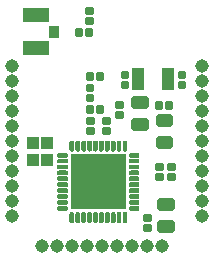
<source format=gbr>
G04 EAGLE Gerber RS-274X export*
G75*
%MOMM*%
%FSLAX34Y34*%
%LPD*%
%INSoldermask Top*%
%IPPOS*%
%AMOC8*
5,1,8,0,0,1.08239X$1,22.5*%
G01*
%ADD10C,0.406869*%
%ADD11C,0.631119*%
%ADD12C,1.143000*%
%ADD13R,2.327000X1.177000*%
%ADD14R,0.927000X1.127000*%
%ADD15R,0.977000X1.077000*%
%ADD16R,1.127000X1.927000*%
%ADD17C,0.400200*%

G36*
X69821Y31351D02*
X69821Y31351D01*
X69836Y31349D01*
X69911Y31370D01*
X97790Y31370D01*
X97840Y31381D01*
X97891Y31383D01*
X97923Y31401D01*
X97959Y31409D01*
X97998Y31442D01*
X98043Y31466D01*
X98064Y31496D01*
X98092Y31519D01*
X98113Y31566D01*
X98143Y31608D01*
X98151Y31650D01*
X98163Y31678D01*
X98162Y31708D01*
X98170Y31750D01*
X98170Y77470D01*
X98159Y77520D01*
X98157Y77571D01*
X98139Y77603D01*
X98131Y77639D01*
X98098Y77678D01*
X98074Y77723D01*
X98044Y77744D01*
X98021Y77772D01*
X97974Y77793D01*
X97932Y77823D01*
X97890Y77831D01*
X97862Y77843D01*
X97832Y77842D01*
X97790Y77850D01*
X52070Y77850D01*
X52020Y77839D01*
X51969Y77837D01*
X51937Y77819D01*
X51901Y77811D01*
X51862Y77778D01*
X51817Y77754D01*
X51796Y77724D01*
X51768Y77701D01*
X51747Y77654D01*
X51717Y77612D01*
X51709Y77570D01*
X51697Y77542D01*
X51698Y77512D01*
X51690Y77470D01*
X51690Y31750D01*
X51701Y31700D01*
X51703Y31649D01*
X51721Y31617D01*
X51729Y31581D01*
X51762Y31542D01*
X51786Y31497D01*
X51816Y31476D01*
X51839Y31448D01*
X51886Y31427D01*
X51928Y31397D01*
X51970Y31389D01*
X51998Y31377D01*
X52028Y31378D01*
X52070Y31370D01*
X54453Y31370D01*
X54566Y31348D01*
X69806Y31348D01*
X69821Y31351D01*
G37*
G36*
X96689Y19853D02*
X96689Y19853D01*
X98180Y19853D01*
X98216Y19860D01*
X98259Y19859D01*
X98491Y19896D01*
X98542Y19915D01*
X98642Y19945D01*
X98851Y20051D01*
X98893Y20085D01*
X98980Y20145D01*
X99145Y20310D01*
X99175Y20355D01*
X99239Y20439D01*
X99345Y20648D01*
X99350Y20664D01*
X99356Y20673D01*
X99361Y20704D01*
X99394Y20799D01*
X99431Y21031D01*
X99429Y21067D01*
X99437Y21110D01*
X99437Y27110D01*
X99431Y27143D01*
X99432Y27182D01*
X99371Y27605D01*
X99352Y27658D01*
X99331Y27743D01*
X99153Y28132D01*
X99120Y28177D01*
X99075Y28253D01*
X98796Y28576D01*
X98751Y28610D01*
X98687Y28670D01*
X98327Y28901D01*
X98276Y28921D01*
X98239Y28944D01*
X98225Y28947D01*
X98196Y28961D01*
X97786Y29081D01*
X97730Y29086D01*
X97643Y29102D01*
X97217Y29102D01*
X97162Y29091D01*
X97074Y29081D01*
X96664Y28961D01*
X96627Y28942D01*
X96602Y28937D01*
X96576Y28919D01*
X96533Y28901D01*
X96173Y28670D01*
X96133Y28631D01*
X96064Y28576D01*
X95785Y28253D01*
X95757Y28204D01*
X95707Y28132D01*
X95529Y27743D01*
X95517Y27689D01*
X95489Y27605D01*
X95428Y27182D01*
X95430Y27149D01*
X95423Y27110D01*
X95423Y21119D01*
X95416Y20919D01*
X95424Y20871D01*
X95438Y20755D01*
X95498Y20556D01*
X95521Y20513D01*
X95571Y20408D01*
X95692Y20239D01*
X95728Y20206D01*
X95809Y20122D01*
X95978Y20001D01*
X96023Y19981D01*
X96126Y19928D01*
X96325Y19868D01*
X96374Y19863D01*
X96489Y19846D01*
X96689Y19853D01*
G37*
G36*
X86689Y19853D02*
X86689Y19853D01*
X88180Y19853D01*
X88216Y19860D01*
X88259Y19859D01*
X88491Y19896D01*
X88542Y19915D01*
X88642Y19945D01*
X88851Y20051D01*
X88893Y20085D01*
X88980Y20145D01*
X89145Y20310D01*
X89175Y20355D01*
X89239Y20439D01*
X89345Y20648D01*
X89350Y20664D01*
X89356Y20673D01*
X89361Y20704D01*
X89394Y20799D01*
X89431Y21031D01*
X89429Y21067D01*
X89437Y21110D01*
X89437Y27110D01*
X89431Y27143D01*
X89432Y27182D01*
X89371Y27605D01*
X89352Y27658D01*
X89331Y27743D01*
X89153Y28132D01*
X89120Y28177D01*
X89075Y28253D01*
X88796Y28576D01*
X88751Y28610D01*
X88687Y28670D01*
X88327Y28901D01*
X88276Y28921D01*
X88239Y28944D01*
X88225Y28947D01*
X88196Y28961D01*
X87786Y29081D01*
X87730Y29086D01*
X87643Y29102D01*
X87217Y29102D01*
X87162Y29091D01*
X87074Y29081D01*
X86664Y28961D01*
X86627Y28942D01*
X86602Y28937D01*
X86576Y28919D01*
X86533Y28901D01*
X86173Y28670D01*
X86133Y28631D01*
X86064Y28576D01*
X85785Y28253D01*
X85757Y28204D01*
X85707Y28132D01*
X85529Y27743D01*
X85517Y27689D01*
X85489Y27605D01*
X85428Y27182D01*
X85430Y27149D01*
X85423Y27110D01*
X85423Y21119D01*
X85416Y20919D01*
X85424Y20871D01*
X85438Y20755D01*
X85498Y20556D01*
X85521Y20513D01*
X85571Y20408D01*
X85692Y20239D01*
X85728Y20206D01*
X85809Y20122D01*
X85978Y20001D01*
X86023Y19981D01*
X86126Y19928D01*
X86325Y19868D01*
X86374Y19863D01*
X86489Y19846D01*
X86689Y19853D01*
G37*
G36*
X71689Y19853D02*
X71689Y19853D01*
X73180Y19853D01*
X73216Y19860D01*
X73259Y19859D01*
X73491Y19896D01*
X73542Y19915D01*
X73642Y19945D01*
X73851Y20051D01*
X73893Y20085D01*
X73980Y20145D01*
X74145Y20310D01*
X74175Y20355D01*
X74239Y20439D01*
X74345Y20648D01*
X74350Y20664D01*
X74356Y20673D01*
X74361Y20704D01*
X74394Y20799D01*
X74431Y21031D01*
X74429Y21067D01*
X74437Y21110D01*
X74437Y27110D01*
X74431Y27143D01*
X74432Y27182D01*
X74371Y27605D01*
X74352Y27658D01*
X74331Y27743D01*
X74153Y28132D01*
X74120Y28177D01*
X74075Y28253D01*
X73796Y28576D01*
X73751Y28610D01*
X73687Y28670D01*
X73327Y28901D01*
X73276Y28921D01*
X73239Y28944D01*
X73225Y28947D01*
X73196Y28961D01*
X72786Y29081D01*
X72730Y29086D01*
X72643Y29102D01*
X72217Y29102D01*
X72162Y29091D01*
X72074Y29081D01*
X71664Y28961D01*
X71627Y28942D01*
X71602Y28937D01*
X71576Y28919D01*
X71533Y28901D01*
X71173Y28670D01*
X71133Y28631D01*
X71064Y28576D01*
X70785Y28253D01*
X70757Y28204D01*
X70707Y28132D01*
X70529Y27743D01*
X70517Y27689D01*
X70489Y27605D01*
X70428Y27182D01*
X70430Y27149D01*
X70423Y27110D01*
X70423Y21119D01*
X70416Y20919D01*
X70424Y20871D01*
X70438Y20755D01*
X70498Y20556D01*
X70521Y20513D01*
X70571Y20408D01*
X70692Y20239D01*
X70728Y20206D01*
X70809Y20122D01*
X70978Y20001D01*
X71023Y19981D01*
X71126Y19928D01*
X71325Y19868D01*
X71374Y19863D01*
X71489Y19846D01*
X71689Y19853D01*
G37*
G36*
X81689Y19853D02*
X81689Y19853D01*
X83180Y19853D01*
X83216Y19860D01*
X83259Y19859D01*
X83491Y19896D01*
X83542Y19915D01*
X83642Y19945D01*
X83851Y20051D01*
X83893Y20085D01*
X83980Y20145D01*
X84145Y20310D01*
X84175Y20355D01*
X84239Y20439D01*
X84345Y20648D01*
X84350Y20664D01*
X84356Y20673D01*
X84361Y20704D01*
X84394Y20799D01*
X84431Y21031D01*
X84429Y21067D01*
X84437Y21110D01*
X84437Y27110D01*
X84431Y27143D01*
X84432Y27182D01*
X84371Y27605D01*
X84352Y27658D01*
X84331Y27743D01*
X84153Y28132D01*
X84120Y28177D01*
X84075Y28253D01*
X83796Y28576D01*
X83751Y28610D01*
X83687Y28670D01*
X83327Y28901D01*
X83276Y28921D01*
X83239Y28944D01*
X83225Y28947D01*
X83196Y28961D01*
X82786Y29081D01*
X82730Y29086D01*
X82643Y29102D01*
X82217Y29102D01*
X82162Y29091D01*
X82074Y29081D01*
X81664Y28961D01*
X81627Y28942D01*
X81602Y28937D01*
X81576Y28919D01*
X81533Y28901D01*
X81173Y28670D01*
X81133Y28631D01*
X81064Y28576D01*
X80785Y28253D01*
X80757Y28204D01*
X80707Y28132D01*
X80529Y27743D01*
X80517Y27689D01*
X80489Y27605D01*
X80428Y27182D01*
X80430Y27149D01*
X80423Y27110D01*
X80423Y21119D01*
X80416Y20919D01*
X80424Y20871D01*
X80438Y20755D01*
X80498Y20556D01*
X80521Y20513D01*
X80571Y20408D01*
X80692Y20239D01*
X80728Y20206D01*
X80809Y20122D01*
X80978Y20001D01*
X81023Y19981D01*
X81126Y19928D01*
X81325Y19868D01*
X81374Y19863D01*
X81489Y19846D01*
X81689Y19853D01*
G37*
G36*
X76689Y19853D02*
X76689Y19853D01*
X78180Y19853D01*
X78216Y19860D01*
X78259Y19859D01*
X78491Y19896D01*
X78542Y19915D01*
X78642Y19945D01*
X78851Y20051D01*
X78893Y20085D01*
X78980Y20145D01*
X79145Y20310D01*
X79175Y20355D01*
X79239Y20439D01*
X79345Y20648D01*
X79350Y20664D01*
X79356Y20673D01*
X79361Y20704D01*
X79394Y20799D01*
X79431Y21031D01*
X79429Y21067D01*
X79437Y21110D01*
X79437Y27110D01*
X79431Y27143D01*
X79432Y27182D01*
X79371Y27605D01*
X79352Y27658D01*
X79331Y27743D01*
X79153Y28132D01*
X79120Y28177D01*
X79075Y28253D01*
X78796Y28576D01*
X78751Y28610D01*
X78687Y28670D01*
X78327Y28901D01*
X78276Y28921D01*
X78239Y28944D01*
X78225Y28947D01*
X78196Y28961D01*
X77786Y29081D01*
X77730Y29086D01*
X77643Y29102D01*
X77217Y29102D01*
X77162Y29091D01*
X77074Y29081D01*
X76664Y28961D01*
X76627Y28942D01*
X76602Y28937D01*
X76576Y28919D01*
X76533Y28901D01*
X76173Y28670D01*
X76133Y28631D01*
X76064Y28576D01*
X75785Y28253D01*
X75757Y28204D01*
X75707Y28132D01*
X75529Y27743D01*
X75517Y27689D01*
X75489Y27605D01*
X75428Y27182D01*
X75430Y27149D01*
X75423Y27110D01*
X75423Y21119D01*
X75416Y20919D01*
X75424Y20871D01*
X75438Y20755D01*
X75498Y20556D01*
X75521Y20513D01*
X75571Y20408D01*
X75692Y20239D01*
X75728Y20206D01*
X75809Y20122D01*
X75978Y20001D01*
X76023Y19981D01*
X76126Y19928D01*
X76325Y19868D01*
X76374Y19863D01*
X76489Y19846D01*
X76689Y19853D01*
G37*
G36*
X91689Y19853D02*
X91689Y19853D01*
X93180Y19853D01*
X93216Y19860D01*
X93259Y19859D01*
X93491Y19896D01*
X93542Y19915D01*
X93642Y19945D01*
X93851Y20051D01*
X93893Y20085D01*
X93980Y20145D01*
X94145Y20310D01*
X94175Y20355D01*
X94239Y20439D01*
X94345Y20648D01*
X94350Y20664D01*
X94356Y20673D01*
X94361Y20704D01*
X94394Y20799D01*
X94431Y21031D01*
X94429Y21067D01*
X94437Y21110D01*
X94437Y27110D01*
X94431Y27143D01*
X94432Y27182D01*
X94371Y27605D01*
X94352Y27658D01*
X94331Y27743D01*
X94153Y28132D01*
X94120Y28177D01*
X94075Y28253D01*
X93796Y28576D01*
X93751Y28610D01*
X93687Y28670D01*
X93327Y28901D01*
X93276Y28921D01*
X93239Y28944D01*
X93225Y28947D01*
X93196Y28961D01*
X92786Y29081D01*
X92730Y29086D01*
X92643Y29102D01*
X92217Y29102D01*
X92162Y29091D01*
X92074Y29081D01*
X91664Y28961D01*
X91627Y28942D01*
X91602Y28937D01*
X91576Y28919D01*
X91533Y28901D01*
X91173Y28670D01*
X91133Y28631D01*
X91064Y28576D01*
X90785Y28253D01*
X90757Y28204D01*
X90707Y28132D01*
X90529Y27743D01*
X90517Y27689D01*
X90489Y27605D01*
X90428Y27182D01*
X90430Y27149D01*
X90423Y27110D01*
X90423Y21119D01*
X90416Y20919D01*
X90424Y20871D01*
X90438Y20755D01*
X90498Y20556D01*
X90521Y20513D01*
X90571Y20408D01*
X90692Y20239D01*
X90728Y20206D01*
X90809Y20122D01*
X90978Y20001D01*
X91023Y19981D01*
X91126Y19928D01*
X91325Y19868D01*
X91374Y19863D01*
X91489Y19846D01*
X91689Y19853D01*
G37*
G36*
X66689Y19853D02*
X66689Y19853D01*
X68180Y19853D01*
X68216Y19860D01*
X68259Y19859D01*
X68491Y19896D01*
X68542Y19915D01*
X68642Y19945D01*
X68851Y20051D01*
X68893Y20085D01*
X68980Y20145D01*
X69145Y20310D01*
X69175Y20355D01*
X69239Y20439D01*
X69345Y20648D01*
X69350Y20664D01*
X69356Y20673D01*
X69361Y20704D01*
X69394Y20799D01*
X69431Y21031D01*
X69429Y21067D01*
X69437Y21110D01*
X69437Y27110D01*
X69431Y27143D01*
X69432Y27182D01*
X69371Y27605D01*
X69352Y27658D01*
X69331Y27743D01*
X69153Y28132D01*
X69120Y28177D01*
X69075Y28253D01*
X68796Y28576D01*
X68751Y28610D01*
X68687Y28670D01*
X68327Y28901D01*
X68276Y28921D01*
X68239Y28944D01*
X68225Y28947D01*
X68196Y28961D01*
X67786Y29081D01*
X67730Y29086D01*
X67643Y29102D01*
X67217Y29102D01*
X67162Y29091D01*
X67074Y29081D01*
X66664Y28961D01*
X66627Y28942D01*
X66602Y28937D01*
X66576Y28919D01*
X66533Y28901D01*
X66173Y28670D01*
X66133Y28631D01*
X66064Y28576D01*
X65785Y28253D01*
X65757Y28204D01*
X65707Y28132D01*
X65529Y27743D01*
X65517Y27689D01*
X65489Y27605D01*
X65428Y27182D01*
X65430Y27149D01*
X65423Y27110D01*
X65423Y21119D01*
X65416Y20919D01*
X65424Y20871D01*
X65438Y20755D01*
X65498Y20556D01*
X65521Y20513D01*
X65571Y20408D01*
X65692Y20239D01*
X65728Y20206D01*
X65809Y20122D01*
X65978Y20001D01*
X66023Y19981D01*
X66126Y19928D01*
X66325Y19868D01*
X66374Y19863D01*
X66489Y19846D01*
X66689Y19853D01*
G37*
G36*
X56689Y19853D02*
X56689Y19853D01*
X58180Y19853D01*
X58216Y19860D01*
X58259Y19859D01*
X58491Y19896D01*
X58542Y19915D01*
X58642Y19945D01*
X58851Y20051D01*
X58893Y20085D01*
X58980Y20145D01*
X59145Y20310D01*
X59175Y20355D01*
X59239Y20439D01*
X59345Y20648D01*
X59350Y20664D01*
X59356Y20673D01*
X59361Y20704D01*
X59394Y20799D01*
X59431Y21031D01*
X59429Y21067D01*
X59437Y21110D01*
X59437Y27110D01*
X59431Y27143D01*
X59432Y27182D01*
X59371Y27605D01*
X59352Y27658D01*
X59331Y27743D01*
X59153Y28132D01*
X59120Y28177D01*
X59075Y28253D01*
X58796Y28576D01*
X58751Y28610D01*
X58687Y28670D01*
X58327Y28901D01*
X58276Y28921D01*
X58239Y28944D01*
X58225Y28947D01*
X58196Y28961D01*
X57786Y29081D01*
X57730Y29086D01*
X57643Y29102D01*
X57217Y29102D01*
X57162Y29091D01*
X57074Y29081D01*
X56664Y28961D01*
X56627Y28942D01*
X56602Y28937D01*
X56576Y28919D01*
X56533Y28901D01*
X56173Y28670D01*
X56133Y28631D01*
X56064Y28576D01*
X55785Y28253D01*
X55757Y28204D01*
X55707Y28132D01*
X55529Y27743D01*
X55517Y27689D01*
X55489Y27605D01*
X55428Y27182D01*
X55430Y27149D01*
X55423Y27110D01*
X55423Y21119D01*
X55416Y20919D01*
X55424Y20871D01*
X55438Y20755D01*
X55498Y20556D01*
X55521Y20513D01*
X55571Y20408D01*
X55692Y20239D01*
X55728Y20206D01*
X55809Y20122D01*
X55978Y20001D01*
X56023Y19981D01*
X56126Y19928D01*
X56325Y19868D01*
X56374Y19863D01*
X56489Y19846D01*
X56689Y19853D01*
G37*
G36*
X51689Y19853D02*
X51689Y19853D01*
X53180Y19853D01*
X53216Y19860D01*
X53259Y19859D01*
X53491Y19896D01*
X53542Y19915D01*
X53642Y19945D01*
X53851Y20051D01*
X53893Y20085D01*
X53980Y20145D01*
X54145Y20310D01*
X54175Y20355D01*
X54239Y20439D01*
X54345Y20648D01*
X54350Y20664D01*
X54356Y20673D01*
X54361Y20704D01*
X54394Y20799D01*
X54431Y21031D01*
X54429Y21067D01*
X54437Y21110D01*
X54437Y27110D01*
X54431Y27143D01*
X54432Y27182D01*
X54371Y27605D01*
X54352Y27658D01*
X54331Y27743D01*
X54153Y28132D01*
X54120Y28177D01*
X54075Y28253D01*
X53796Y28576D01*
X53751Y28610D01*
X53687Y28670D01*
X53327Y28901D01*
X53276Y28921D01*
X53239Y28944D01*
X53225Y28947D01*
X53196Y28961D01*
X52786Y29081D01*
X52730Y29086D01*
X52643Y29102D01*
X52217Y29102D01*
X52162Y29091D01*
X52074Y29081D01*
X51664Y28961D01*
X51627Y28942D01*
X51602Y28937D01*
X51576Y28919D01*
X51533Y28901D01*
X51173Y28670D01*
X51133Y28631D01*
X51064Y28576D01*
X50785Y28253D01*
X50757Y28204D01*
X50707Y28132D01*
X50529Y27743D01*
X50517Y27689D01*
X50489Y27605D01*
X50428Y27182D01*
X50430Y27149D01*
X50423Y27110D01*
X50423Y21119D01*
X50416Y20919D01*
X50424Y20871D01*
X50438Y20755D01*
X50498Y20556D01*
X50521Y20513D01*
X50571Y20408D01*
X50692Y20239D01*
X50728Y20206D01*
X50809Y20122D01*
X50978Y20001D01*
X51023Y19981D01*
X51126Y19928D01*
X51325Y19868D01*
X51374Y19863D01*
X51489Y19846D01*
X51689Y19853D01*
G37*
G36*
X61689Y19853D02*
X61689Y19853D01*
X63180Y19853D01*
X63216Y19860D01*
X63259Y19859D01*
X63491Y19896D01*
X63542Y19915D01*
X63642Y19945D01*
X63851Y20051D01*
X63893Y20085D01*
X63980Y20145D01*
X64145Y20310D01*
X64175Y20355D01*
X64239Y20439D01*
X64345Y20648D01*
X64350Y20664D01*
X64356Y20673D01*
X64361Y20704D01*
X64394Y20799D01*
X64431Y21031D01*
X64429Y21067D01*
X64437Y21110D01*
X64437Y27110D01*
X64431Y27143D01*
X64432Y27182D01*
X64371Y27605D01*
X64352Y27658D01*
X64331Y27743D01*
X64153Y28132D01*
X64120Y28177D01*
X64075Y28253D01*
X63796Y28576D01*
X63751Y28610D01*
X63687Y28670D01*
X63327Y28901D01*
X63276Y28921D01*
X63239Y28944D01*
X63225Y28947D01*
X63196Y28961D01*
X62786Y29081D01*
X62730Y29086D01*
X62643Y29102D01*
X62217Y29102D01*
X62162Y29091D01*
X62074Y29081D01*
X61664Y28961D01*
X61627Y28942D01*
X61602Y28937D01*
X61576Y28919D01*
X61533Y28901D01*
X61173Y28670D01*
X61133Y28631D01*
X61064Y28576D01*
X60785Y28253D01*
X60757Y28204D01*
X60707Y28132D01*
X60529Y27743D01*
X60517Y27689D01*
X60489Y27605D01*
X60428Y27182D01*
X60430Y27149D01*
X60423Y27110D01*
X60423Y21119D01*
X60416Y20919D01*
X60424Y20871D01*
X60438Y20755D01*
X60498Y20556D01*
X60521Y20513D01*
X60571Y20408D01*
X60692Y20239D01*
X60728Y20206D01*
X60809Y20122D01*
X60978Y20001D01*
X61023Y19981D01*
X61126Y19928D01*
X61325Y19868D01*
X61374Y19863D01*
X61489Y19846D01*
X61689Y19853D01*
G37*
G36*
X47463Y65109D02*
X47463Y65109D01*
X47502Y65108D01*
X47925Y65169D01*
X47978Y65188D01*
X48063Y65209D01*
X48452Y65387D01*
X48497Y65420D01*
X48573Y65465D01*
X48896Y65744D01*
X48905Y65756D01*
X48914Y65762D01*
X48933Y65792D01*
X48990Y65853D01*
X49221Y66213D01*
X49242Y66265D01*
X49281Y66344D01*
X49401Y66754D01*
X49406Y66810D01*
X49422Y66897D01*
X49422Y67323D01*
X49411Y67379D01*
X49401Y67466D01*
X49281Y67876D01*
X49255Y67926D01*
X49221Y68007D01*
X48990Y68367D01*
X48951Y68407D01*
X48896Y68476D01*
X48573Y68755D01*
X48524Y68783D01*
X48452Y68833D01*
X48063Y69011D01*
X48009Y69023D01*
X47925Y69051D01*
X47502Y69112D01*
X47469Y69110D01*
X47430Y69117D01*
X41439Y69117D01*
X41239Y69124D01*
X41191Y69116D01*
X41075Y69102D01*
X40876Y69042D01*
X40833Y69019D01*
X40728Y68969D01*
X40559Y68848D01*
X40526Y68812D01*
X40442Y68731D01*
X40321Y68562D01*
X40301Y68517D01*
X40248Y68414D01*
X40188Y68215D01*
X40183Y68166D01*
X40166Y68051D01*
X40173Y67851D01*
X40173Y66360D01*
X40180Y66324D01*
X40179Y66281D01*
X40216Y66049D01*
X40235Y65998D01*
X40253Y65936D01*
X40259Y65911D01*
X40262Y65906D01*
X40265Y65898D01*
X40371Y65689D01*
X40405Y65647D01*
X40465Y65560D01*
X40630Y65395D01*
X40675Y65365D01*
X40759Y65301D01*
X40968Y65195D01*
X41020Y65180D01*
X41119Y65146D01*
X41351Y65109D01*
X41387Y65111D01*
X41430Y65103D01*
X47430Y65103D01*
X47463Y65109D01*
G37*
G36*
X47463Y70109D02*
X47463Y70109D01*
X47502Y70108D01*
X47925Y70169D01*
X47978Y70188D01*
X48063Y70209D01*
X48452Y70387D01*
X48497Y70420D01*
X48573Y70465D01*
X48896Y70744D01*
X48905Y70756D01*
X48914Y70762D01*
X48933Y70792D01*
X48990Y70853D01*
X49221Y71213D01*
X49242Y71265D01*
X49281Y71344D01*
X49401Y71754D01*
X49406Y71810D01*
X49422Y71897D01*
X49422Y72323D01*
X49411Y72379D01*
X49401Y72466D01*
X49281Y72876D01*
X49255Y72926D01*
X49221Y73007D01*
X48990Y73367D01*
X48951Y73407D01*
X48896Y73476D01*
X48573Y73755D01*
X48524Y73783D01*
X48452Y73833D01*
X48063Y74011D01*
X48009Y74023D01*
X47925Y74051D01*
X47502Y74112D01*
X47469Y74110D01*
X47430Y74117D01*
X41439Y74117D01*
X41239Y74124D01*
X41191Y74116D01*
X41075Y74102D01*
X40876Y74042D01*
X40833Y74019D01*
X40728Y73969D01*
X40559Y73848D01*
X40526Y73812D01*
X40442Y73731D01*
X40321Y73562D01*
X40301Y73517D01*
X40248Y73414D01*
X40188Y73215D01*
X40183Y73166D01*
X40166Y73051D01*
X40173Y72851D01*
X40173Y71360D01*
X40180Y71324D01*
X40179Y71281D01*
X40216Y71049D01*
X40235Y70998D01*
X40253Y70936D01*
X40259Y70911D01*
X40262Y70906D01*
X40265Y70898D01*
X40371Y70689D01*
X40405Y70647D01*
X40465Y70560D01*
X40630Y70395D01*
X40675Y70365D01*
X40759Y70301D01*
X40968Y70195D01*
X41020Y70180D01*
X41119Y70146D01*
X41351Y70109D01*
X41387Y70111D01*
X41430Y70103D01*
X47430Y70103D01*
X47463Y70109D01*
G37*
G36*
X47463Y60109D02*
X47463Y60109D01*
X47502Y60108D01*
X47925Y60169D01*
X47978Y60188D01*
X48063Y60209D01*
X48452Y60387D01*
X48497Y60420D01*
X48573Y60465D01*
X48896Y60744D01*
X48905Y60756D01*
X48914Y60762D01*
X48933Y60792D01*
X48990Y60853D01*
X49221Y61213D01*
X49242Y61265D01*
X49281Y61344D01*
X49401Y61754D01*
X49406Y61810D01*
X49422Y61897D01*
X49422Y62323D01*
X49411Y62379D01*
X49401Y62466D01*
X49281Y62876D01*
X49255Y62926D01*
X49221Y63007D01*
X48990Y63367D01*
X48951Y63407D01*
X48896Y63476D01*
X48573Y63755D01*
X48524Y63783D01*
X48452Y63833D01*
X48063Y64011D01*
X48009Y64023D01*
X47925Y64051D01*
X47502Y64112D01*
X47469Y64110D01*
X47430Y64117D01*
X41439Y64117D01*
X41239Y64124D01*
X41191Y64116D01*
X41075Y64102D01*
X40876Y64042D01*
X40833Y64019D01*
X40728Y63969D01*
X40559Y63848D01*
X40526Y63812D01*
X40442Y63731D01*
X40321Y63562D01*
X40301Y63517D01*
X40248Y63414D01*
X40188Y63215D01*
X40183Y63166D01*
X40166Y63051D01*
X40173Y62851D01*
X40173Y61360D01*
X40180Y61324D01*
X40179Y61281D01*
X40216Y61049D01*
X40235Y60998D01*
X40253Y60936D01*
X40259Y60911D01*
X40262Y60906D01*
X40265Y60898D01*
X40371Y60689D01*
X40405Y60647D01*
X40465Y60560D01*
X40630Y60395D01*
X40675Y60365D01*
X40759Y60301D01*
X40968Y60195D01*
X41020Y60180D01*
X41119Y60146D01*
X41351Y60109D01*
X41387Y60111D01*
X41430Y60103D01*
X47430Y60103D01*
X47463Y60109D01*
G37*
G36*
X47463Y75109D02*
X47463Y75109D01*
X47502Y75108D01*
X47925Y75169D01*
X47978Y75188D01*
X48063Y75209D01*
X48452Y75387D01*
X48497Y75420D01*
X48573Y75465D01*
X48896Y75744D01*
X48905Y75756D01*
X48914Y75762D01*
X48933Y75792D01*
X48990Y75853D01*
X49221Y76213D01*
X49242Y76265D01*
X49281Y76344D01*
X49401Y76754D01*
X49406Y76810D01*
X49422Y76897D01*
X49422Y77323D01*
X49411Y77379D01*
X49401Y77466D01*
X49281Y77876D01*
X49255Y77926D01*
X49221Y78007D01*
X48990Y78367D01*
X48951Y78407D01*
X48896Y78476D01*
X48573Y78755D01*
X48524Y78783D01*
X48452Y78833D01*
X48063Y79011D01*
X48009Y79023D01*
X47925Y79051D01*
X47502Y79112D01*
X47469Y79110D01*
X47430Y79117D01*
X41439Y79117D01*
X41239Y79124D01*
X41191Y79116D01*
X41075Y79102D01*
X40876Y79042D01*
X40833Y79019D01*
X40728Y78969D01*
X40559Y78848D01*
X40526Y78812D01*
X40442Y78731D01*
X40321Y78562D01*
X40301Y78517D01*
X40248Y78414D01*
X40188Y78215D01*
X40183Y78166D01*
X40166Y78051D01*
X40173Y77851D01*
X40173Y76360D01*
X40180Y76324D01*
X40179Y76281D01*
X40216Y76049D01*
X40235Y75998D01*
X40253Y75936D01*
X40259Y75911D01*
X40262Y75906D01*
X40265Y75898D01*
X40371Y75689D01*
X40405Y75647D01*
X40465Y75560D01*
X40630Y75395D01*
X40675Y75365D01*
X40759Y75301D01*
X40968Y75195D01*
X41020Y75180D01*
X41119Y75146D01*
X41351Y75109D01*
X41387Y75111D01*
X41430Y75103D01*
X47430Y75103D01*
X47463Y75109D01*
G37*
G36*
X47463Y55109D02*
X47463Y55109D01*
X47502Y55108D01*
X47925Y55169D01*
X47978Y55188D01*
X48063Y55209D01*
X48452Y55387D01*
X48497Y55420D01*
X48573Y55465D01*
X48896Y55744D01*
X48905Y55756D01*
X48914Y55762D01*
X48933Y55792D01*
X48990Y55853D01*
X49221Y56213D01*
X49242Y56265D01*
X49281Y56344D01*
X49401Y56754D01*
X49406Y56810D01*
X49422Y56897D01*
X49422Y57323D01*
X49411Y57379D01*
X49401Y57466D01*
X49281Y57876D01*
X49255Y57926D01*
X49221Y58007D01*
X48990Y58367D01*
X48951Y58407D01*
X48896Y58476D01*
X48573Y58755D01*
X48524Y58783D01*
X48452Y58833D01*
X48063Y59011D01*
X48009Y59023D01*
X47925Y59051D01*
X47502Y59112D01*
X47469Y59110D01*
X47430Y59117D01*
X41439Y59117D01*
X41239Y59124D01*
X41191Y59116D01*
X41075Y59102D01*
X40876Y59042D01*
X40833Y59019D01*
X40728Y58969D01*
X40559Y58848D01*
X40526Y58812D01*
X40442Y58731D01*
X40321Y58562D01*
X40301Y58517D01*
X40248Y58414D01*
X40188Y58215D01*
X40183Y58166D01*
X40166Y58051D01*
X40173Y57851D01*
X40173Y56360D01*
X40180Y56324D01*
X40179Y56281D01*
X40216Y56049D01*
X40235Y55998D01*
X40253Y55936D01*
X40259Y55911D01*
X40262Y55906D01*
X40265Y55898D01*
X40371Y55689D01*
X40405Y55647D01*
X40465Y55560D01*
X40630Y55395D01*
X40675Y55365D01*
X40759Y55301D01*
X40968Y55195D01*
X41020Y55180D01*
X41119Y55146D01*
X41351Y55109D01*
X41387Y55111D01*
X41430Y55103D01*
X47430Y55103D01*
X47463Y55109D01*
G37*
G36*
X47463Y50109D02*
X47463Y50109D01*
X47502Y50108D01*
X47925Y50169D01*
X47978Y50188D01*
X48063Y50209D01*
X48452Y50387D01*
X48497Y50420D01*
X48573Y50465D01*
X48896Y50744D01*
X48905Y50756D01*
X48914Y50762D01*
X48933Y50792D01*
X48990Y50853D01*
X49221Y51213D01*
X49242Y51265D01*
X49281Y51344D01*
X49401Y51754D01*
X49406Y51810D01*
X49422Y51897D01*
X49422Y52323D01*
X49411Y52379D01*
X49401Y52466D01*
X49281Y52876D01*
X49255Y52926D01*
X49221Y53007D01*
X48990Y53367D01*
X48951Y53407D01*
X48896Y53476D01*
X48573Y53755D01*
X48524Y53783D01*
X48452Y53833D01*
X48063Y54011D01*
X48009Y54023D01*
X47925Y54051D01*
X47502Y54112D01*
X47469Y54110D01*
X47430Y54117D01*
X41439Y54117D01*
X41239Y54124D01*
X41191Y54116D01*
X41075Y54102D01*
X40876Y54042D01*
X40833Y54019D01*
X40728Y53969D01*
X40559Y53848D01*
X40526Y53812D01*
X40442Y53731D01*
X40321Y53562D01*
X40301Y53517D01*
X40248Y53414D01*
X40188Y53215D01*
X40183Y53166D01*
X40166Y53051D01*
X40173Y52851D01*
X40173Y51360D01*
X40180Y51324D01*
X40179Y51281D01*
X40216Y51049D01*
X40235Y50998D01*
X40253Y50936D01*
X40259Y50911D01*
X40262Y50906D01*
X40265Y50898D01*
X40371Y50689D01*
X40405Y50647D01*
X40465Y50560D01*
X40630Y50395D01*
X40675Y50365D01*
X40759Y50301D01*
X40968Y50195D01*
X41020Y50180D01*
X41119Y50146D01*
X41351Y50109D01*
X41387Y50111D01*
X41430Y50103D01*
X47430Y50103D01*
X47463Y50109D01*
G37*
G36*
X47463Y45109D02*
X47463Y45109D01*
X47502Y45108D01*
X47925Y45169D01*
X47978Y45188D01*
X48063Y45209D01*
X48452Y45387D01*
X48497Y45420D01*
X48573Y45465D01*
X48896Y45744D01*
X48905Y45756D01*
X48914Y45762D01*
X48933Y45792D01*
X48990Y45853D01*
X49221Y46213D01*
X49242Y46265D01*
X49281Y46344D01*
X49401Y46754D01*
X49406Y46810D01*
X49422Y46897D01*
X49422Y47323D01*
X49411Y47379D01*
X49401Y47466D01*
X49281Y47876D01*
X49255Y47926D01*
X49221Y48007D01*
X48990Y48367D01*
X48951Y48407D01*
X48896Y48476D01*
X48573Y48755D01*
X48524Y48783D01*
X48452Y48833D01*
X48063Y49011D01*
X48009Y49023D01*
X47925Y49051D01*
X47502Y49112D01*
X47469Y49110D01*
X47430Y49117D01*
X41439Y49117D01*
X41239Y49124D01*
X41191Y49116D01*
X41075Y49102D01*
X40876Y49042D01*
X40833Y49019D01*
X40728Y48969D01*
X40559Y48848D01*
X40526Y48812D01*
X40442Y48731D01*
X40321Y48562D01*
X40301Y48517D01*
X40248Y48414D01*
X40188Y48215D01*
X40183Y48166D01*
X40166Y48051D01*
X40173Y47851D01*
X40173Y46360D01*
X40180Y46324D01*
X40179Y46281D01*
X40216Y46049D01*
X40235Y45998D01*
X40253Y45936D01*
X40259Y45911D01*
X40262Y45906D01*
X40265Y45898D01*
X40371Y45689D01*
X40405Y45647D01*
X40465Y45560D01*
X40630Y45395D01*
X40675Y45365D01*
X40759Y45301D01*
X40968Y45195D01*
X41020Y45180D01*
X41119Y45146D01*
X41351Y45109D01*
X41387Y45111D01*
X41430Y45103D01*
X47430Y45103D01*
X47463Y45109D01*
G37*
G36*
X47463Y40109D02*
X47463Y40109D01*
X47502Y40108D01*
X47925Y40169D01*
X47978Y40188D01*
X48063Y40209D01*
X48452Y40387D01*
X48497Y40420D01*
X48573Y40465D01*
X48896Y40744D01*
X48905Y40756D01*
X48914Y40762D01*
X48933Y40792D01*
X48990Y40853D01*
X49221Y41213D01*
X49242Y41265D01*
X49281Y41344D01*
X49401Y41754D01*
X49406Y41810D01*
X49422Y41897D01*
X49422Y42323D01*
X49411Y42379D01*
X49401Y42466D01*
X49281Y42876D01*
X49255Y42926D01*
X49221Y43007D01*
X48990Y43367D01*
X48951Y43407D01*
X48896Y43476D01*
X48573Y43755D01*
X48524Y43783D01*
X48452Y43833D01*
X48063Y44011D01*
X48009Y44023D01*
X47925Y44051D01*
X47502Y44112D01*
X47469Y44110D01*
X47430Y44117D01*
X41439Y44117D01*
X41239Y44124D01*
X41191Y44116D01*
X41075Y44102D01*
X40876Y44042D01*
X40833Y44019D01*
X40728Y43969D01*
X40559Y43848D01*
X40526Y43812D01*
X40442Y43731D01*
X40321Y43562D01*
X40301Y43517D01*
X40248Y43414D01*
X40188Y43215D01*
X40183Y43166D01*
X40166Y43051D01*
X40173Y42851D01*
X40173Y41360D01*
X40180Y41324D01*
X40179Y41281D01*
X40216Y41049D01*
X40235Y40998D01*
X40253Y40936D01*
X40259Y40911D01*
X40262Y40906D01*
X40265Y40898D01*
X40371Y40689D01*
X40405Y40647D01*
X40465Y40560D01*
X40630Y40395D01*
X40675Y40365D01*
X40759Y40301D01*
X40968Y40195D01*
X41020Y40180D01*
X41119Y40146D01*
X41351Y40109D01*
X41387Y40111D01*
X41430Y40103D01*
X47430Y40103D01*
X47463Y40109D01*
G37*
G36*
X47463Y35109D02*
X47463Y35109D01*
X47502Y35108D01*
X47925Y35169D01*
X47978Y35188D01*
X48063Y35209D01*
X48452Y35387D01*
X48497Y35420D01*
X48573Y35465D01*
X48896Y35744D01*
X48905Y35756D01*
X48914Y35762D01*
X48933Y35792D01*
X48990Y35853D01*
X49221Y36213D01*
X49242Y36265D01*
X49281Y36344D01*
X49401Y36754D01*
X49406Y36810D01*
X49422Y36897D01*
X49422Y37323D01*
X49411Y37379D01*
X49401Y37466D01*
X49281Y37876D01*
X49255Y37926D01*
X49221Y38007D01*
X48990Y38367D01*
X48951Y38407D01*
X48896Y38476D01*
X48573Y38755D01*
X48524Y38783D01*
X48452Y38833D01*
X48063Y39011D01*
X48009Y39023D01*
X47925Y39051D01*
X47502Y39112D01*
X47469Y39110D01*
X47430Y39117D01*
X41439Y39117D01*
X41239Y39124D01*
X41191Y39116D01*
X41075Y39102D01*
X40876Y39042D01*
X40833Y39019D01*
X40728Y38969D01*
X40559Y38848D01*
X40526Y38812D01*
X40442Y38731D01*
X40321Y38562D01*
X40301Y38517D01*
X40248Y38414D01*
X40188Y38215D01*
X40183Y38166D01*
X40166Y38051D01*
X40173Y37851D01*
X40173Y36360D01*
X40180Y36324D01*
X40179Y36281D01*
X40216Y36049D01*
X40235Y35998D01*
X40253Y35936D01*
X40259Y35911D01*
X40262Y35906D01*
X40265Y35898D01*
X40371Y35689D01*
X40405Y35647D01*
X40465Y35560D01*
X40630Y35395D01*
X40675Y35365D01*
X40759Y35301D01*
X40968Y35195D01*
X41020Y35180D01*
X41119Y35146D01*
X41351Y35109D01*
X41387Y35111D01*
X41430Y35103D01*
X47430Y35103D01*
X47463Y35109D01*
G37*
G36*
X47463Y30109D02*
X47463Y30109D01*
X47502Y30108D01*
X47925Y30169D01*
X47978Y30188D01*
X48063Y30209D01*
X48452Y30387D01*
X48497Y30420D01*
X48573Y30465D01*
X48896Y30744D01*
X48905Y30756D01*
X48914Y30762D01*
X48933Y30792D01*
X48990Y30853D01*
X49221Y31213D01*
X49242Y31265D01*
X49281Y31344D01*
X49401Y31754D01*
X49406Y31810D01*
X49422Y31897D01*
X49422Y32323D01*
X49411Y32379D01*
X49401Y32466D01*
X49281Y32876D01*
X49255Y32926D01*
X49221Y33007D01*
X48990Y33367D01*
X48951Y33407D01*
X48896Y33476D01*
X48573Y33755D01*
X48524Y33783D01*
X48452Y33833D01*
X48063Y34011D01*
X48009Y34023D01*
X47925Y34051D01*
X47502Y34112D01*
X47469Y34110D01*
X47430Y34117D01*
X41439Y34117D01*
X41239Y34124D01*
X41191Y34116D01*
X41075Y34102D01*
X40876Y34042D01*
X40833Y34019D01*
X40728Y33969D01*
X40559Y33848D01*
X40526Y33812D01*
X40442Y33731D01*
X40321Y33562D01*
X40301Y33517D01*
X40248Y33414D01*
X40188Y33215D01*
X40183Y33166D01*
X40166Y33051D01*
X40173Y32851D01*
X40173Y31360D01*
X40180Y31324D01*
X40179Y31281D01*
X40216Y31049D01*
X40235Y30998D01*
X40253Y30936D01*
X40259Y30911D01*
X40262Y30906D01*
X40265Y30898D01*
X40371Y30689D01*
X40405Y30647D01*
X40465Y30560D01*
X40630Y30395D01*
X40675Y30365D01*
X40759Y30301D01*
X40968Y30195D01*
X41020Y30180D01*
X41119Y30146D01*
X41351Y30109D01*
X41387Y30111D01*
X41430Y30103D01*
X47430Y30103D01*
X47463Y30109D01*
G37*
G36*
X92699Y80129D02*
X92699Y80129D01*
X92786Y80139D01*
X93196Y80259D01*
X93246Y80285D01*
X93327Y80319D01*
X93687Y80550D01*
X93727Y80589D01*
X93796Y80644D01*
X94075Y80967D01*
X94103Y81016D01*
X94153Y81088D01*
X94331Y81477D01*
X94343Y81531D01*
X94371Y81615D01*
X94432Y82038D01*
X94430Y82071D01*
X94437Y82110D01*
X94437Y88101D01*
X94444Y88301D01*
X94436Y88349D01*
X94422Y88465D01*
X94362Y88664D01*
X94339Y88707D01*
X94289Y88812D01*
X94168Y88981D01*
X94132Y89015D01*
X94051Y89098D01*
X93882Y89219D01*
X93837Y89239D01*
X93734Y89292D01*
X93535Y89352D01*
X93486Y89357D01*
X93371Y89374D01*
X93171Y89367D01*
X91680Y89367D01*
X91644Y89360D01*
X91601Y89361D01*
X91369Y89324D01*
X91318Y89305D01*
X91218Y89275D01*
X91009Y89169D01*
X90967Y89135D01*
X90880Y89075D01*
X90715Y88910D01*
X90685Y88865D01*
X90621Y88781D01*
X90515Y88572D01*
X90500Y88520D01*
X90466Y88421D01*
X90429Y88189D01*
X90431Y88153D01*
X90423Y88110D01*
X90423Y82110D01*
X90429Y82077D01*
X90428Y82038D01*
X90489Y81615D01*
X90508Y81562D01*
X90529Y81477D01*
X90707Y81088D01*
X90740Y81043D01*
X90785Y80967D01*
X91064Y80644D01*
X91109Y80610D01*
X91173Y80550D01*
X91533Y80319D01*
X91585Y80298D01*
X91664Y80259D01*
X92074Y80139D01*
X92130Y80134D01*
X92217Y80118D01*
X92643Y80118D01*
X92699Y80129D01*
G37*
G36*
X108669Y50104D02*
X108669Y50104D01*
X108785Y50118D01*
X108984Y50178D01*
X109027Y50201D01*
X109132Y50251D01*
X109301Y50372D01*
X109335Y50408D01*
X109418Y50489D01*
X109539Y50658D01*
X109559Y50703D01*
X109612Y50806D01*
X109672Y51005D01*
X109677Y51054D01*
X109694Y51169D01*
X109687Y51369D01*
X109687Y52860D01*
X109680Y52896D01*
X109681Y52939D01*
X109644Y53171D01*
X109625Y53222D01*
X109595Y53322D01*
X109489Y53531D01*
X109455Y53573D01*
X109395Y53660D01*
X109230Y53825D01*
X109185Y53855D01*
X109101Y53919D01*
X108892Y54025D01*
X108840Y54040D01*
X108741Y54074D01*
X108509Y54111D01*
X108473Y54109D01*
X108430Y54117D01*
X102430Y54117D01*
X102397Y54111D01*
X102358Y54112D01*
X101935Y54051D01*
X101882Y54032D01*
X101797Y54011D01*
X101408Y53833D01*
X101363Y53800D01*
X101287Y53755D01*
X100964Y53476D01*
X100930Y53431D01*
X100870Y53367D01*
X100639Y53007D01*
X100618Y52955D01*
X100579Y52876D01*
X100459Y52466D01*
X100454Y52410D01*
X100438Y52323D01*
X100438Y51897D01*
X100449Y51842D01*
X100459Y51754D01*
X100579Y51344D01*
X100605Y51294D01*
X100639Y51213D01*
X100870Y50853D01*
X100909Y50813D01*
X100964Y50744D01*
X101287Y50465D01*
X101336Y50437D01*
X101408Y50387D01*
X101797Y50209D01*
X101851Y50197D01*
X101935Y50169D01*
X102358Y50108D01*
X102391Y50110D01*
X102430Y50103D01*
X108421Y50103D01*
X108621Y50096D01*
X108669Y50104D01*
G37*
G36*
X97699Y80129D02*
X97699Y80129D01*
X97786Y80139D01*
X98196Y80259D01*
X98246Y80285D01*
X98327Y80319D01*
X98687Y80550D01*
X98727Y80589D01*
X98796Y80644D01*
X99075Y80967D01*
X99103Y81016D01*
X99153Y81088D01*
X99331Y81477D01*
X99343Y81531D01*
X99371Y81615D01*
X99432Y82038D01*
X99430Y82071D01*
X99437Y82110D01*
X99437Y88101D01*
X99444Y88301D01*
X99436Y88349D01*
X99422Y88465D01*
X99362Y88664D01*
X99339Y88707D01*
X99289Y88812D01*
X99168Y88981D01*
X99132Y89015D01*
X99051Y89098D01*
X98882Y89219D01*
X98837Y89239D01*
X98734Y89292D01*
X98535Y89352D01*
X98486Y89357D01*
X98371Y89374D01*
X98171Y89367D01*
X96680Y89367D01*
X96644Y89360D01*
X96601Y89361D01*
X96369Y89324D01*
X96318Y89305D01*
X96218Y89275D01*
X96009Y89169D01*
X95967Y89135D01*
X95880Y89075D01*
X95715Y88910D01*
X95685Y88865D01*
X95621Y88781D01*
X95515Y88572D01*
X95500Y88520D01*
X95466Y88421D01*
X95429Y88189D01*
X95431Y88153D01*
X95423Y88110D01*
X95423Y82110D01*
X95429Y82077D01*
X95428Y82038D01*
X95489Y81615D01*
X95508Y81562D01*
X95529Y81477D01*
X95707Y81088D01*
X95740Y81043D01*
X95785Y80967D01*
X96064Y80644D01*
X96109Y80610D01*
X96173Y80550D01*
X96533Y80319D01*
X96585Y80298D01*
X96664Y80259D01*
X97074Y80139D01*
X97130Y80134D01*
X97217Y80118D01*
X97643Y80118D01*
X97699Y80129D01*
G37*
G36*
X108669Y45104D02*
X108669Y45104D01*
X108785Y45118D01*
X108984Y45178D01*
X109027Y45201D01*
X109132Y45251D01*
X109301Y45372D01*
X109335Y45408D01*
X109418Y45489D01*
X109539Y45658D01*
X109559Y45703D01*
X109612Y45806D01*
X109672Y46005D01*
X109677Y46054D01*
X109694Y46169D01*
X109687Y46369D01*
X109687Y47860D01*
X109680Y47896D01*
X109681Y47939D01*
X109644Y48171D01*
X109625Y48222D01*
X109595Y48322D01*
X109489Y48531D01*
X109455Y48573D01*
X109395Y48660D01*
X109230Y48825D01*
X109185Y48855D01*
X109101Y48919D01*
X108892Y49025D01*
X108840Y49040D01*
X108741Y49074D01*
X108509Y49111D01*
X108473Y49109D01*
X108430Y49117D01*
X102430Y49117D01*
X102397Y49111D01*
X102358Y49112D01*
X101935Y49051D01*
X101882Y49032D01*
X101797Y49011D01*
X101408Y48833D01*
X101363Y48800D01*
X101287Y48755D01*
X100964Y48476D01*
X100930Y48431D01*
X100870Y48367D01*
X100639Y48007D01*
X100618Y47955D01*
X100579Y47876D01*
X100459Y47466D01*
X100454Y47410D01*
X100438Y47323D01*
X100438Y46897D01*
X100449Y46842D01*
X100459Y46754D01*
X100579Y46344D01*
X100605Y46294D01*
X100639Y46213D01*
X100870Y45853D01*
X100909Y45813D01*
X100964Y45744D01*
X101287Y45465D01*
X101336Y45437D01*
X101408Y45387D01*
X101797Y45209D01*
X101851Y45197D01*
X101935Y45169D01*
X102358Y45108D01*
X102391Y45110D01*
X102430Y45103D01*
X108421Y45103D01*
X108621Y45096D01*
X108669Y45104D01*
G37*
G36*
X67699Y80129D02*
X67699Y80129D01*
X67786Y80139D01*
X68196Y80259D01*
X68246Y80285D01*
X68327Y80319D01*
X68687Y80550D01*
X68727Y80589D01*
X68796Y80644D01*
X69075Y80967D01*
X69103Y81016D01*
X69153Y81088D01*
X69331Y81477D01*
X69343Y81531D01*
X69371Y81615D01*
X69432Y82038D01*
X69430Y82071D01*
X69437Y82110D01*
X69437Y88101D01*
X69444Y88301D01*
X69436Y88349D01*
X69422Y88465D01*
X69362Y88664D01*
X69339Y88707D01*
X69289Y88812D01*
X69168Y88981D01*
X69132Y89015D01*
X69051Y89098D01*
X68882Y89219D01*
X68837Y89239D01*
X68734Y89292D01*
X68535Y89352D01*
X68486Y89357D01*
X68371Y89374D01*
X68171Y89367D01*
X66680Y89367D01*
X66644Y89360D01*
X66601Y89361D01*
X66369Y89324D01*
X66318Y89305D01*
X66218Y89275D01*
X66009Y89169D01*
X65967Y89135D01*
X65880Y89075D01*
X65715Y88910D01*
X65685Y88865D01*
X65621Y88781D01*
X65515Y88572D01*
X65500Y88520D01*
X65466Y88421D01*
X65429Y88189D01*
X65431Y88153D01*
X65423Y88110D01*
X65423Y82110D01*
X65429Y82077D01*
X65428Y82038D01*
X65489Y81615D01*
X65508Y81562D01*
X65529Y81477D01*
X65707Y81088D01*
X65740Y81043D01*
X65785Y80967D01*
X66064Y80644D01*
X66109Y80610D01*
X66173Y80550D01*
X66533Y80319D01*
X66585Y80298D01*
X66664Y80259D01*
X67074Y80139D01*
X67130Y80134D01*
X67217Y80118D01*
X67643Y80118D01*
X67699Y80129D01*
G37*
G36*
X108669Y40104D02*
X108669Y40104D01*
X108785Y40118D01*
X108984Y40178D01*
X109027Y40201D01*
X109132Y40251D01*
X109301Y40372D01*
X109335Y40408D01*
X109418Y40489D01*
X109539Y40658D01*
X109559Y40703D01*
X109612Y40806D01*
X109672Y41005D01*
X109677Y41054D01*
X109694Y41169D01*
X109687Y41369D01*
X109687Y42860D01*
X109680Y42896D01*
X109681Y42939D01*
X109644Y43171D01*
X109625Y43222D01*
X109595Y43322D01*
X109489Y43531D01*
X109455Y43573D01*
X109395Y43660D01*
X109230Y43825D01*
X109185Y43855D01*
X109101Y43919D01*
X108892Y44025D01*
X108840Y44040D01*
X108741Y44074D01*
X108509Y44111D01*
X108473Y44109D01*
X108430Y44117D01*
X102430Y44117D01*
X102397Y44111D01*
X102358Y44112D01*
X101935Y44051D01*
X101882Y44032D01*
X101797Y44011D01*
X101408Y43833D01*
X101363Y43800D01*
X101287Y43755D01*
X100964Y43476D01*
X100930Y43431D01*
X100870Y43367D01*
X100639Y43007D01*
X100618Y42955D01*
X100579Y42876D01*
X100459Y42466D01*
X100454Y42410D01*
X100438Y42323D01*
X100438Y41897D01*
X100449Y41842D01*
X100459Y41754D01*
X100579Y41344D01*
X100605Y41294D01*
X100639Y41213D01*
X100870Y40853D01*
X100909Y40813D01*
X100964Y40744D01*
X101287Y40465D01*
X101336Y40437D01*
X101408Y40387D01*
X101797Y40209D01*
X101851Y40197D01*
X101935Y40169D01*
X102358Y40108D01*
X102391Y40110D01*
X102430Y40103D01*
X108421Y40103D01*
X108621Y40096D01*
X108669Y40104D01*
G37*
G36*
X72699Y80129D02*
X72699Y80129D01*
X72786Y80139D01*
X73196Y80259D01*
X73246Y80285D01*
X73327Y80319D01*
X73687Y80550D01*
X73727Y80589D01*
X73796Y80644D01*
X74075Y80967D01*
X74103Y81016D01*
X74153Y81088D01*
X74331Y81477D01*
X74343Y81531D01*
X74371Y81615D01*
X74432Y82038D01*
X74430Y82071D01*
X74437Y82110D01*
X74437Y88101D01*
X74444Y88301D01*
X74436Y88349D01*
X74422Y88465D01*
X74362Y88664D01*
X74339Y88707D01*
X74289Y88812D01*
X74168Y88981D01*
X74132Y89015D01*
X74051Y89098D01*
X73882Y89219D01*
X73837Y89239D01*
X73734Y89292D01*
X73535Y89352D01*
X73486Y89357D01*
X73371Y89374D01*
X73171Y89367D01*
X71680Y89367D01*
X71644Y89360D01*
X71601Y89361D01*
X71369Y89324D01*
X71318Y89305D01*
X71218Y89275D01*
X71009Y89169D01*
X70967Y89135D01*
X70880Y89075D01*
X70715Y88910D01*
X70685Y88865D01*
X70621Y88781D01*
X70515Y88572D01*
X70500Y88520D01*
X70466Y88421D01*
X70429Y88189D01*
X70431Y88153D01*
X70423Y88110D01*
X70423Y82110D01*
X70429Y82077D01*
X70428Y82038D01*
X70489Y81615D01*
X70508Y81562D01*
X70529Y81477D01*
X70707Y81088D01*
X70740Y81043D01*
X70785Y80967D01*
X71064Y80644D01*
X71109Y80610D01*
X71173Y80550D01*
X71533Y80319D01*
X71585Y80298D01*
X71664Y80259D01*
X72074Y80139D01*
X72130Y80134D01*
X72217Y80118D01*
X72643Y80118D01*
X72699Y80129D01*
G37*
G36*
X108669Y35104D02*
X108669Y35104D01*
X108785Y35118D01*
X108984Y35178D01*
X109027Y35201D01*
X109132Y35251D01*
X109301Y35372D01*
X109335Y35408D01*
X109418Y35489D01*
X109539Y35658D01*
X109559Y35703D01*
X109612Y35806D01*
X109672Y36005D01*
X109677Y36054D01*
X109694Y36169D01*
X109687Y36369D01*
X109687Y37860D01*
X109680Y37896D01*
X109681Y37939D01*
X109644Y38171D01*
X109625Y38222D01*
X109595Y38322D01*
X109489Y38531D01*
X109455Y38573D01*
X109395Y38660D01*
X109230Y38825D01*
X109185Y38855D01*
X109101Y38919D01*
X108892Y39025D01*
X108840Y39040D01*
X108741Y39074D01*
X108509Y39111D01*
X108473Y39109D01*
X108430Y39117D01*
X102430Y39117D01*
X102397Y39111D01*
X102358Y39112D01*
X101935Y39051D01*
X101882Y39032D01*
X101797Y39011D01*
X101408Y38833D01*
X101363Y38800D01*
X101287Y38755D01*
X100964Y38476D01*
X100930Y38431D01*
X100870Y38367D01*
X100639Y38007D01*
X100618Y37955D01*
X100579Y37876D01*
X100459Y37466D01*
X100454Y37410D01*
X100438Y37323D01*
X100438Y36897D01*
X100449Y36842D01*
X100459Y36754D01*
X100579Y36344D01*
X100605Y36294D01*
X100639Y36213D01*
X100870Y35853D01*
X100909Y35813D01*
X100964Y35744D01*
X101287Y35465D01*
X101336Y35437D01*
X101408Y35387D01*
X101797Y35209D01*
X101851Y35197D01*
X101935Y35169D01*
X102358Y35108D01*
X102391Y35110D01*
X102430Y35103D01*
X108421Y35103D01*
X108621Y35096D01*
X108669Y35104D01*
G37*
G36*
X82699Y80129D02*
X82699Y80129D01*
X82786Y80139D01*
X83196Y80259D01*
X83246Y80285D01*
X83327Y80319D01*
X83687Y80550D01*
X83727Y80589D01*
X83796Y80644D01*
X84075Y80967D01*
X84103Y81016D01*
X84153Y81088D01*
X84331Y81477D01*
X84343Y81531D01*
X84371Y81615D01*
X84432Y82038D01*
X84430Y82071D01*
X84437Y82110D01*
X84437Y88101D01*
X84444Y88301D01*
X84436Y88349D01*
X84422Y88465D01*
X84362Y88664D01*
X84339Y88707D01*
X84289Y88812D01*
X84168Y88981D01*
X84132Y89015D01*
X84051Y89098D01*
X83882Y89219D01*
X83837Y89239D01*
X83734Y89292D01*
X83535Y89352D01*
X83486Y89357D01*
X83371Y89374D01*
X83171Y89367D01*
X81680Y89367D01*
X81644Y89360D01*
X81601Y89361D01*
X81369Y89324D01*
X81318Y89305D01*
X81218Y89275D01*
X81009Y89169D01*
X80967Y89135D01*
X80880Y89075D01*
X80715Y88910D01*
X80685Y88865D01*
X80621Y88781D01*
X80515Y88572D01*
X80500Y88520D01*
X80466Y88421D01*
X80429Y88189D01*
X80431Y88153D01*
X80423Y88110D01*
X80423Y82110D01*
X80429Y82077D01*
X80428Y82038D01*
X80489Y81615D01*
X80508Y81562D01*
X80529Y81477D01*
X80707Y81088D01*
X80740Y81043D01*
X80785Y80967D01*
X81064Y80644D01*
X81109Y80610D01*
X81173Y80550D01*
X81533Y80319D01*
X81585Y80298D01*
X81664Y80259D01*
X82074Y80139D01*
X82130Y80134D01*
X82217Y80118D01*
X82643Y80118D01*
X82699Y80129D01*
G37*
G36*
X108669Y30104D02*
X108669Y30104D01*
X108785Y30118D01*
X108984Y30178D01*
X109027Y30201D01*
X109132Y30251D01*
X109301Y30372D01*
X109335Y30408D01*
X109418Y30489D01*
X109539Y30658D01*
X109559Y30703D01*
X109612Y30806D01*
X109672Y31005D01*
X109677Y31054D01*
X109694Y31169D01*
X109687Y31369D01*
X109687Y32860D01*
X109680Y32896D01*
X109681Y32939D01*
X109644Y33171D01*
X109625Y33222D01*
X109595Y33322D01*
X109489Y33531D01*
X109455Y33573D01*
X109395Y33660D01*
X109230Y33825D01*
X109185Y33855D01*
X109101Y33919D01*
X108892Y34025D01*
X108840Y34040D01*
X108741Y34074D01*
X108509Y34111D01*
X108473Y34109D01*
X108430Y34117D01*
X102430Y34117D01*
X102397Y34111D01*
X102358Y34112D01*
X101935Y34051D01*
X101882Y34032D01*
X101797Y34011D01*
X101408Y33833D01*
X101363Y33800D01*
X101287Y33755D01*
X100964Y33476D01*
X100930Y33431D01*
X100870Y33367D01*
X100639Y33007D01*
X100618Y32955D01*
X100579Y32876D01*
X100459Y32466D01*
X100454Y32410D01*
X100438Y32323D01*
X100438Y31897D01*
X100449Y31842D01*
X100459Y31754D01*
X100579Y31344D01*
X100605Y31294D01*
X100639Y31213D01*
X100870Y30853D01*
X100909Y30813D01*
X100964Y30744D01*
X101287Y30465D01*
X101336Y30437D01*
X101408Y30387D01*
X101797Y30209D01*
X101851Y30197D01*
X101935Y30169D01*
X102358Y30108D01*
X102391Y30110D01*
X102430Y30103D01*
X108421Y30103D01*
X108621Y30096D01*
X108669Y30104D01*
G37*
G36*
X77699Y80129D02*
X77699Y80129D01*
X77786Y80139D01*
X78196Y80259D01*
X78246Y80285D01*
X78327Y80319D01*
X78687Y80550D01*
X78727Y80589D01*
X78796Y80644D01*
X79075Y80967D01*
X79103Y81016D01*
X79153Y81088D01*
X79331Y81477D01*
X79343Y81531D01*
X79371Y81615D01*
X79432Y82038D01*
X79430Y82071D01*
X79437Y82110D01*
X79437Y88101D01*
X79444Y88301D01*
X79436Y88349D01*
X79422Y88465D01*
X79362Y88664D01*
X79339Y88707D01*
X79289Y88812D01*
X79168Y88981D01*
X79132Y89015D01*
X79051Y89098D01*
X78882Y89219D01*
X78837Y89239D01*
X78734Y89292D01*
X78535Y89352D01*
X78486Y89357D01*
X78371Y89374D01*
X78171Y89367D01*
X76680Y89367D01*
X76644Y89360D01*
X76601Y89361D01*
X76369Y89324D01*
X76318Y89305D01*
X76218Y89275D01*
X76009Y89169D01*
X75967Y89135D01*
X75880Y89075D01*
X75715Y88910D01*
X75685Y88865D01*
X75621Y88781D01*
X75515Y88572D01*
X75500Y88520D01*
X75466Y88421D01*
X75429Y88189D01*
X75431Y88153D01*
X75423Y88110D01*
X75423Y82110D01*
X75429Y82077D01*
X75428Y82038D01*
X75489Y81615D01*
X75508Y81562D01*
X75529Y81477D01*
X75707Y81088D01*
X75740Y81043D01*
X75785Y80967D01*
X76064Y80644D01*
X76109Y80610D01*
X76173Y80550D01*
X76533Y80319D01*
X76585Y80298D01*
X76664Y80259D01*
X77074Y80139D01*
X77130Y80134D01*
X77217Y80118D01*
X77643Y80118D01*
X77699Y80129D01*
G37*
G36*
X62699Y80129D02*
X62699Y80129D01*
X62786Y80139D01*
X63196Y80259D01*
X63246Y80285D01*
X63327Y80319D01*
X63687Y80550D01*
X63727Y80589D01*
X63796Y80644D01*
X64075Y80967D01*
X64103Y81016D01*
X64153Y81088D01*
X64331Y81477D01*
X64343Y81531D01*
X64371Y81615D01*
X64432Y82038D01*
X64430Y82071D01*
X64437Y82110D01*
X64437Y88101D01*
X64444Y88301D01*
X64436Y88349D01*
X64422Y88465D01*
X64362Y88664D01*
X64339Y88707D01*
X64289Y88812D01*
X64168Y88981D01*
X64132Y89015D01*
X64051Y89098D01*
X63882Y89219D01*
X63837Y89239D01*
X63734Y89292D01*
X63535Y89352D01*
X63486Y89357D01*
X63371Y89374D01*
X63171Y89367D01*
X61680Y89367D01*
X61644Y89360D01*
X61601Y89361D01*
X61369Y89324D01*
X61318Y89305D01*
X61218Y89275D01*
X61009Y89169D01*
X60967Y89135D01*
X60880Y89075D01*
X60715Y88910D01*
X60685Y88865D01*
X60621Y88781D01*
X60515Y88572D01*
X60500Y88520D01*
X60466Y88421D01*
X60429Y88189D01*
X60431Y88153D01*
X60423Y88110D01*
X60423Y82110D01*
X60429Y82077D01*
X60428Y82038D01*
X60489Y81615D01*
X60508Y81562D01*
X60529Y81477D01*
X60707Y81088D01*
X60740Y81043D01*
X60785Y80967D01*
X61064Y80644D01*
X61109Y80610D01*
X61173Y80550D01*
X61533Y80319D01*
X61585Y80298D01*
X61664Y80259D01*
X62074Y80139D01*
X62130Y80134D01*
X62217Y80118D01*
X62643Y80118D01*
X62699Y80129D01*
G37*
G36*
X57699Y80129D02*
X57699Y80129D01*
X57786Y80139D01*
X58196Y80259D01*
X58246Y80285D01*
X58327Y80319D01*
X58687Y80550D01*
X58727Y80589D01*
X58796Y80644D01*
X59075Y80967D01*
X59103Y81016D01*
X59153Y81088D01*
X59331Y81477D01*
X59343Y81531D01*
X59371Y81615D01*
X59432Y82038D01*
X59430Y82071D01*
X59437Y82110D01*
X59437Y88101D01*
X59444Y88301D01*
X59436Y88349D01*
X59422Y88465D01*
X59362Y88664D01*
X59339Y88707D01*
X59289Y88812D01*
X59168Y88981D01*
X59132Y89015D01*
X59051Y89098D01*
X58882Y89219D01*
X58837Y89239D01*
X58734Y89292D01*
X58535Y89352D01*
X58486Y89357D01*
X58371Y89374D01*
X58171Y89367D01*
X56680Y89367D01*
X56644Y89360D01*
X56601Y89361D01*
X56369Y89324D01*
X56318Y89305D01*
X56218Y89275D01*
X56009Y89169D01*
X55967Y89135D01*
X55880Y89075D01*
X55715Y88910D01*
X55685Y88865D01*
X55621Y88781D01*
X55515Y88572D01*
X55500Y88520D01*
X55466Y88421D01*
X55429Y88189D01*
X55431Y88153D01*
X55423Y88110D01*
X55423Y82110D01*
X55429Y82077D01*
X55428Y82038D01*
X55489Y81615D01*
X55508Y81562D01*
X55529Y81477D01*
X55707Y81088D01*
X55740Y81043D01*
X55785Y80967D01*
X56064Y80644D01*
X56109Y80610D01*
X56173Y80550D01*
X56533Y80319D01*
X56585Y80298D01*
X56664Y80259D01*
X57074Y80139D01*
X57130Y80134D01*
X57217Y80118D01*
X57643Y80118D01*
X57699Y80129D01*
G37*
G36*
X87699Y80129D02*
X87699Y80129D01*
X87786Y80139D01*
X88196Y80259D01*
X88246Y80285D01*
X88327Y80319D01*
X88687Y80550D01*
X88727Y80589D01*
X88796Y80644D01*
X89075Y80967D01*
X89103Y81016D01*
X89153Y81088D01*
X89331Y81477D01*
X89343Y81531D01*
X89371Y81615D01*
X89432Y82038D01*
X89430Y82071D01*
X89437Y82110D01*
X89437Y88101D01*
X89444Y88301D01*
X89436Y88349D01*
X89422Y88465D01*
X89362Y88664D01*
X89339Y88707D01*
X89289Y88812D01*
X89168Y88981D01*
X89132Y89015D01*
X89051Y89098D01*
X88882Y89219D01*
X88837Y89239D01*
X88734Y89292D01*
X88535Y89352D01*
X88486Y89357D01*
X88371Y89374D01*
X88171Y89367D01*
X86680Y89367D01*
X86644Y89360D01*
X86601Y89361D01*
X86369Y89324D01*
X86318Y89305D01*
X86218Y89275D01*
X86009Y89169D01*
X85967Y89135D01*
X85880Y89075D01*
X85715Y88910D01*
X85685Y88865D01*
X85621Y88781D01*
X85515Y88572D01*
X85500Y88520D01*
X85466Y88421D01*
X85429Y88189D01*
X85431Y88153D01*
X85423Y88110D01*
X85423Y82110D01*
X85429Y82077D01*
X85428Y82038D01*
X85489Y81615D01*
X85508Y81562D01*
X85529Y81477D01*
X85707Y81088D01*
X85740Y81043D01*
X85785Y80967D01*
X86064Y80644D01*
X86109Y80610D01*
X86173Y80550D01*
X86533Y80319D01*
X86585Y80298D01*
X86664Y80259D01*
X87074Y80139D01*
X87130Y80134D01*
X87217Y80118D01*
X87643Y80118D01*
X87699Y80129D01*
G37*
G36*
X108669Y75104D02*
X108669Y75104D01*
X108785Y75118D01*
X108984Y75178D01*
X109027Y75201D01*
X109132Y75251D01*
X109301Y75372D01*
X109335Y75408D01*
X109418Y75489D01*
X109539Y75658D01*
X109559Y75703D01*
X109612Y75806D01*
X109672Y76005D01*
X109677Y76054D01*
X109694Y76169D01*
X109687Y76369D01*
X109687Y77860D01*
X109680Y77896D01*
X109681Y77939D01*
X109644Y78171D01*
X109625Y78222D01*
X109595Y78322D01*
X109489Y78531D01*
X109455Y78573D01*
X109395Y78660D01*
X109230Y78825D01*
X109185Y78855D01*
X109101Y78919D01*
X108892Y79025D01*
X108840Y79040D01*
X108741Y79074D01*
X108509Y79111D01*
X108473Y79109D01*
X108430Y79117D01*
X102430Y79117D01*
X102397Y79111D01*
X102358Y79112D01*
X101935Y79051D01*
X101882Y79032D01*
X101797Y79011D01*
X101408Y78833D01*
X101363Y78800D01*
X101287Y78755D01*
X100964Y78476D01*
X100930Y78431D01*
X100870Y78367D01*
X100639Y78007D01*
X100618Y77955D01*
X100579Y77876D01*
X100459Y77466D01*
X100454Y77410D01*
X100438Y77323D01*
X100438Y76897D01*
X100449Y76842D01*
X100459Y76754D01*
X100579Y76344D01*
X100605Y76294D01*
X100639Y76213D01*
X100870Y75853D01*
X100909Y75813D01*
X100964Y75744D01*
X101287Y75465D01*
X101336Y75437D01*
X101408Y75387D01*
X101797Y75209D01*
X101851Y75197D01*
X101935Y75169D01*
X102358Y75108D01*
X102391Y75110D01*
X102430Y75103D01*
X108421Y75103D01*
X108621Y75096D01*
X108669Y75104D01*
G37*
G36*
X108669Y70104D02*
X108669Y70104D01*
X108785Y70118D01*
X108984Y70178D01*
X109027Y70201D01*
X109132Y70251D01*
X109301Y70372D01*
X109335Y70408D01*
X109418Y70489D01*
X109539Y70658D01*
X109559Y70703D01*
X109612Y70806D01*
X109672Y71005D01*
X109677Y71054D01*
X109694Y71169D01*
X109687Y71369D01*
X109687Y72860D01*
X109680Y72896D01*
X109681Y72939D01*
X109644Y73171D01*
X109625Y73222D01*
X109595Y73322D01*
X109489Y73531D01*
X109455Y73573D01*
X109395Y73660D01*
X109230Y73825D01*
X109185Y73855D01*
X109101Y73919D01*
X108892Y74025D01*
X108840Y74040D01*
X108741Y74074D01*
X108509Y74111D01*
X108473Y74109D01*
X108430Y74117D01*
X102430Y74117D01*
X102397Y74111D01*
X102358Y74112D01*
X101935Y74051D01*
X101882Y74032D01*
X101797Y74011D01*
X101408Y73833D01*
X101363Y73800D01*
X101287Y73755D01*
X100964Y73476D01*
X100930Y73431D01*
X100870Y73367D01*
X100639Y73007D01*
X100618Y72955D01*
X100579Y72876D01*
X100459Y72466D01*
X100454Y72410D01*
X100438Y72323D01*
X100438Y71897D01*
X100449Y71842D01*
X100459Y71754D01*
X100579Y71344D01*
X100605Y71294D01*
X100639Y71213D01*
X100870Y70853D01*
X100909Y70813D01*
X100964Y70744D01*
X101287Y70465D01*
X101336Y70437D01*
X101408Y70387D01*
X101797Y70209D01*
X101851Y70197D01*
X101935Y70169D01*
X102358Y70108D01*
X102391Y70110D01*
X102430Y70103D01*
X108421Y70103D01*
X108621Y70096D01*
X108669Y70104D01*
G37*
G36*
X108669Y65104D02*
X108669Y65104D01*
X108785Y65118D01*
X108984Y65178D01*
X109027Y65201D01*
X109132Y65251D01*
X109301Y65372D01*
X109335Y65408D01*
X109418Y65489D01*
X109539Y65658D01*
X109559Y65703D01*
X109612Y65806D01*
X109672Y66005D01*
X109677Y66054D01*
X109694Y66169D01*
X109687Y66369D01*
X109687Y67860D01*
X109680Y67896D01*
X109681Y67939D01*
X109644Y68171D01*
X109625Y68222D01*
X109595Y68322D01*
X109489Y68531D01*
X109455Y68573D01*
X109395Y68660D01*
X109230Y68825D01*
X109185Y68855D01*
X109101Y68919D01*
X108892Y69025D01*
X108840Y69040D01*
X108741Y69074D01*
X108509Y69111D01*
X108473Y69109D01*
X108430Y69117D01*
X102430Y69117D01*
X102397Y69111D01*
X102358Y69112D01*
X101935Y69051D01*
X101882Y69032D01*
X101797Y69011D01*
X101408Y68833D01*
X101363Y68800D01*
X101287Y68755D01*
X100964Y68476D01*
X100930Y68431D01*
X100870Y68367D01*
X100639Y68007D01*
X100618Y67955D01*
X100579Y67876D01*
X100459Y67466D01*
X100454Y67410D01*
X100438Y67323D01*
X100438Y66897D01*
X100449Y66842D01*
X100459Y66754D01*
X100579Y66344D01*
X100605Y66294D01*
X100639Y66213D01*
X100870Y65853D01*
X100909Y65813D01*
X100964Y65744D01*
X101287Y65465D01*
X101336Y65437D01*
X101408Y65387D01*
X101797Y65209D01*
X101851Y65197D01*
X101935Y65169D01*
X102358Y65108D01*
X102391Y65110D01*
X102430Y65103D01*
X108421Y65103D01*
X108621Y65096D01*
X108669Y65104D01*
G37*
G36*
X108669Y60104D02*
X108669Y60104D01*
X108785Y60118D01*
X108984Y60178D01*
X109027Y60201D01*
X109132Y60251D01*
X109301Y60372D01*
X109335Y60408D01*
X109418Y60489D01*
X109539Y60658D01*
X109559Y60703D01*
X109612Y60806D01*
X109672Y61005D01*
X109677Y61054D01*
X109694Y61169D01*
X109687Y61369D01*
X109687Y62860D01*
X109680Y62896D01*
X109681Y62939D01*
X109644Y63171D01*
X109625Y63222D01*
X109595Y63322D01*
X109489Y63531D01*
X109455Y63573D01*
X109395Y63660D01*
X109230Y63825D01*
X109185Y63855D01*
X109101Y63919D01*
X108892Y64025D01*
X108840Y64040D01*
X108741Y64074D01*
X108509Y64111D01*
X108473Y64109D01*
X108430Y64117D01*
X102430Y64117D01*
X102397Y64111D01*
X102358Y64112D01*
X101935Y64051D01*
X101882Y64032D01*
X101797Y64011D01*
X101408Y63833D01*
X101363Y63800D01*
X101287Y63755D01*
X100964Y63476D01*
X100930Y63431D01*
X100870Y63367D01*
X100639Y63007D01*
X100618Y62955D01*
X100579Y62876D01*
X100459Y62466D01*
X100454Y62410D01*
X100438Y62323D01*
X100438Y61897D01*
X100449Y61842D01*
X100459Y61754D01*
X100579Y61344D01*
X100605Y61294D01*
X100639Y61213D01*
X100870Y60853D01*
X100909Y60813D01*
X100964Y60744D01*
X101287Y60465D01*
X101336Y60437D01*
X101408Y60387D01*
X101797Y60209D01*
X101851Y60197D01*
X101935Y60169D01*
X102358Y60108D01*
X102391Y60110D01*
X102430Y60103D01*
X108421Y60103D01*
X108621Y60096D01*
X108669Y60104D01*
G37*
G36*
X52699Y80129D02*
X52699Y80129D01*
X52786Y80139D01*
X53196Y80259D01*
X53246Y80285D01*
X53327Y80319D01*
X53687Y80550D01*
X53727Y80589D01*
X53796Y80644D01*
X54075Y80967D01*
X54103Y81016D01*
X54153Y81088D01*
X54331Y81477D01*
X54343Y81531D01*
X54371Y81615D01*
X54432Y82038D01*
X54430Y82071D01*
X54437Y82110D01*
X54437Y88101D01*
X54444Y88301D01*
X54436Y88349D01*
X54422Y88465D01*
X54362Y88664D01*
X54339Y88707D01*
X54289Y88812D01*
X54168Y88981D01*
X54132Y89015D01*
X54051Y89098D01*
X53882Y89219D01*
X53837Y89239D01*
X53734Y89292D01*
X53535Y89352D01*
X53486Y89357D01*
X53371Y89374D01*
X53171Y89367D01*
X51680Y89367D01*
X51644Y89360D01*
X51601Y89361D01*
X51369Y89324D01*
X51318Y89305D01*
X51218Y89275D01*
X51009Y89169D01*
X50967Y89135D01*
X50880Y89075D01*
X50715Y88910D01*
X50685Y88865D01*
X50621Y88781D01*
X50515Y88572D01*
X50500Y88520D01*
X50466Y88421D01*
X50429Y88189D01*
X50431Y88153D01*
X50423Y88110D01*
X50423Y82110D01*
X50429Y82077D01*
X50428Y82038D01*
X50489Y81615D01*
X50508Y81562D01*
X50529Y81477D01*
X50707Y81088D01*
X50740Y81043D01*
X50785Y80967D01*
X51064Y80644D01*
X51109Y80610D01*
X51173Y80550D01*
X51533Y80319D01*
X51585Y80298D01*
X51664Y80259D01*
X52074Y80139D01*
X52130Y80134D01*
X52217Y80118D01*
X52643Y80118D01*
X52699Y80129D01*
G37*
G36*
X108669Y55104D02*
X108669Y55104D01*
X108785Y55118D01*
X108984Y55178D01*
X109027Y55201D01*
X109132Y55251D01*
X109301Y55372D01*
X109335Y55408D01*
X109418Y55489D01*
X109539Y55658D01*
X109559Y55703D01*
X109612Y55806D01*
X109672Y56005D01*
X109677Y56054D01*
X109694Y56169D01*
X109687Y56369D01*
X109687Y57860D01*
X109680Y57896D01*
X109681Y57939D01*
X109644Y58171D01*
X109625Y58222D01*
X109595Y58322D01*
X109489Y58531D01*
X109455Y58573D01*
X109395Y58660D01*
X109230Y58825D01*
X109185Y58855D01*
X109101Y58919D01*
X108892Y59025D01*
X108840Y59040D01*
X108741Y59074D01*
X108509Y59111D01*
X108473Y59109D01*
X108430Y59117D01*
X102430Y59117D01*
X102397Y59111D01*
X102358Y59112D01*
X101935Y59051D01*
X101882Y59032D01*
X101797Y59011D01*
X101408Y58833D01*
X101363Y58800D01*
X101287Y58755D01*
X100964Y58476D01*
X100930Y58431D01*
X100870Y58367D01*
X100639Y58007D01*
X100618Y57955D01*
X100579Y57876D01*
X100459Y57466D01*
X100454Y57410D01*
X100438Y57323D01*
X100438Y56897D01*
X100449Y56842D01*
X100459Y56754D01*
X100579Y56344D01*
X100605Y56294D01*
X100639Y56213D01*
X100870Y55853D01*
X100909Y55813D01*
X100964Y55744D01*
X101287Y55465D01*
X101336Y55437D01*
X101408Y55387D01*
X101797Y55209D01*
X101851Y55197D01*
X101935Y55169D01*
X102358Y55108D01*
X102391Y55110D01*
X102430Y55103D01*
X108421Y55103D01*
X108621Y55096D01*
X108669Y55104D01*
G37*
D10*
X127640Y68568D02*
X127640Y65966D01*
X124438Y65966D01*
X124438Y68568D01*
X127640Y68568D01*
X124438Y59968D02*
X124438Y57366D01*
X124438Y59968D02*
X127640Y59968D01*
X127640Y57366D01*
X124438Y57366D01*
D11*
X127371Y19408D02*
X127371Y14448D01*
X127371Y19408D02*
X136531Y19408D01*
X136531Y14448D01*
X127371Y14448D01*
X136531Y33148D02*
X136531Y38108D01*
X136531Y33148D02*
X127371Y33148D01*
X127371Y38108D01*
X136531Y38108D01*
D12*
X77994Y127D03*
X65294Y127D03*
X52594Y127D03*
X39894Y127D03*
X27194Y127D03*
X90694Y127D03*
X103394Y127D03*
X116094Y127D03*
X128794Y127D03*
X1635Y102034D03*
X1635Y89334D03*
X1635Y114734D03*
X1635Y76634D03*
X1635Y127434D03*
X1635Y63934D03*
X1635Y140134D03*
X1635Y51234D03*
X1635Y152834D03*
X1635Y38534D03*
X1635Y25834D03*
D10*
X138183Y65957D02*
X138183Y68559D01*
X138183Y65957D02*
X134981Y65957D01*
X134981Y68559D01*
X138183Y68559D01*
X134981Y59959D02*
X134981Y57357D01*
X134981Y59959D02*
X138183Y59959D01*
X138183Y57357D01*
X134981Y57357D01*
D13*
X21884Y195430D03*
X21884Y167930D03*
D14*
X37134Y181680D03*
D12*
X162560Y101600D03*
X162560Y88900D03*
X162560Y114300D03*
X162560Y76200D03*
X162560Y127000D03*
X162560Y63500D03*
X162560Y139700D03*
X162560Y50800D03*
X162560Y152400D03*
X162560Y38100D03*
X162560Y25400D03*
D15*
X19650Y87260D03*
X19650Y72760D03*
X31150Y72760D03*
X31150Y87260D03*
D10*
X146909Y144333D02*
X146909Y146935D01*
X146909Y144333D02*
X143707Y144333D01*
X143707Y146935D01*
X146909Y146935D01*
X143707Y138335D02*
X143707Y135733D01*
X143707Y138335D02*
X146909Y138335D01*
X146909Y135733D01*
X143707Y135733D01*
X98649Y144333D02*
X98649Y146935D01*
X98649Y144333D02*
X95447Y144333D01*
X95447Y146935D01*
X98649Y146935D01*
X95447Y138335D02*
X95447Y135733D01*
X95447Y138335D02*
X98649Y138335D01*
X98649Y135733D01*
X95447Y135733D01*
D16*
X133678Y141334D03*
X108678Y141334D03*
D10*
X82900Y107650D02*
X82900Y105048D01*
X79698Y105048D01*
X79698Y107650D01*
X82900Y107650D01*
X79698Y99050D02*
X79698Y96448D01*
X79698Y99050D02*
X82900Y99050D01*
X82900Y96448D01*
X79698Y96448D01*
X94231Y119050D02*
X94231Y121652D01*
X94231Y119050D02*
X91029Y119050D01*
X91029Y121652D01*
X94231Y121652D01*
X91029Y113052D02*
X91029Y110450D01*
X91029Y113052D02*
X94231Y113052D01*
X94231Y110450D01*
X91029Y110450D01*
X65905Y99155D02*
X65905Y96553D01*
X65905Y99155D02*
X69107Y99155D01*
X69107Y96553D01*
X65905Y96553D01*
X69107Y105153D02*
X69107Y107755D01*
X69107Y105153D02*
X65905Y105153D01*
X65905Y107755D01*
X69107Y107755D01*
X68772Y117668D02*
X66170Y117668D01*
X68772Y117668D02*
X68772Y114466D01*
X66170Y114466D01*
X66170Y117668D01*
X74770Y114466D02*
X77372Y114466D01*
X74770Y114466D02*
X74770Y117668D01*
X77372Y117668D01*
X77372Y114466D01*
D17*
X65733Y133198D02*
X65733Y135866D01*
X69001Y135866D01*
X69001Y133198D01*
X65733Y133198D01*
X65733Y127226D02*
X65733Y124558D01*
X65733Y127226D02*
X69001Y127226D01*
X69001Y124558D01*
X65733Y124558D01*
D10*
X66025Y145790D02*
X68627Y145790D01*
X68627Y142588D01*
X66025Y142588D01*
X66025Y145790D01*
X74625Y142588D02*
X77227Y142588D01*
X74625Y142588D02*
X74625Y145790D01*
X77227Y145790D01*
X77227Y142588D01*
X59521Y183223D02*
X56919Y183223D01*
X59521Y183223D02*
X59521Y180021D01*
X56919Y180021D01*
X56919Y183223D01*
X65519Y180021D02*
X68121Y180021D01*
X65519Y180021D02*
X65519Y183223D01*
X68121Y183223D01*
X68121Y180021D01*
X68425Y198525D02*
X68425Y201127D01*
X68425Y198525D02*
X65223Y198525D01*
X65223Y201127D01*
X68425Y201127D01*
X65223Y192527D02*
X65223Y189925D01*
X65223Y192527D02*
X68425Y192527D01*
X68425Y189925D01*
X65223Y189925D01*
X114568Y17297D02*
X114568Y14695D01*
X114568Y17297D02*
X117770Y17297D01*
X117770Y14695D01*
X114568Y14695D01*
X117770Y23295D02*
X117770Y25897D01*
X117770Y23295D02*
X114568Y23295D01*
X114568Y25897D01*
X117770Y25897D01*
D11*
X105392Y100908D02*
X105392Y105868D01*
X114552Y105868D01*
X114552Y100908D01*
X105392Y100908D01*
X114552Y119608D02*
X114552Y124568D01*
X114552Y119608D02*
X105392Y119608D01*
X105392Y124568D01*
X114552Y124568D01*
D10*
X133056Y118042D02*
X135658Y118042D01*
X133056Y118042D02*
X133056Y121244D01*
X135658Y121244D01*
X135658Y118042D01*
X127058Y121244D02*
X124456Y121244D01*
X127058Y121244D02*
X127058Y118042D01*
X124456Y118042D01*
X124456Y121244D01*
D11*
X134988Y109318D02*
X134988Y104358D01*
X125828Y104358D01*
X125828Y109318D01*
X134988Y109318D01*
X125828Y90618D02*
X125828Y85658D01*
X125828Y90618D02*
X134988Y90618D01*
X134988Y85658D01*
X125828Y85658D01*
M02*

</source>
